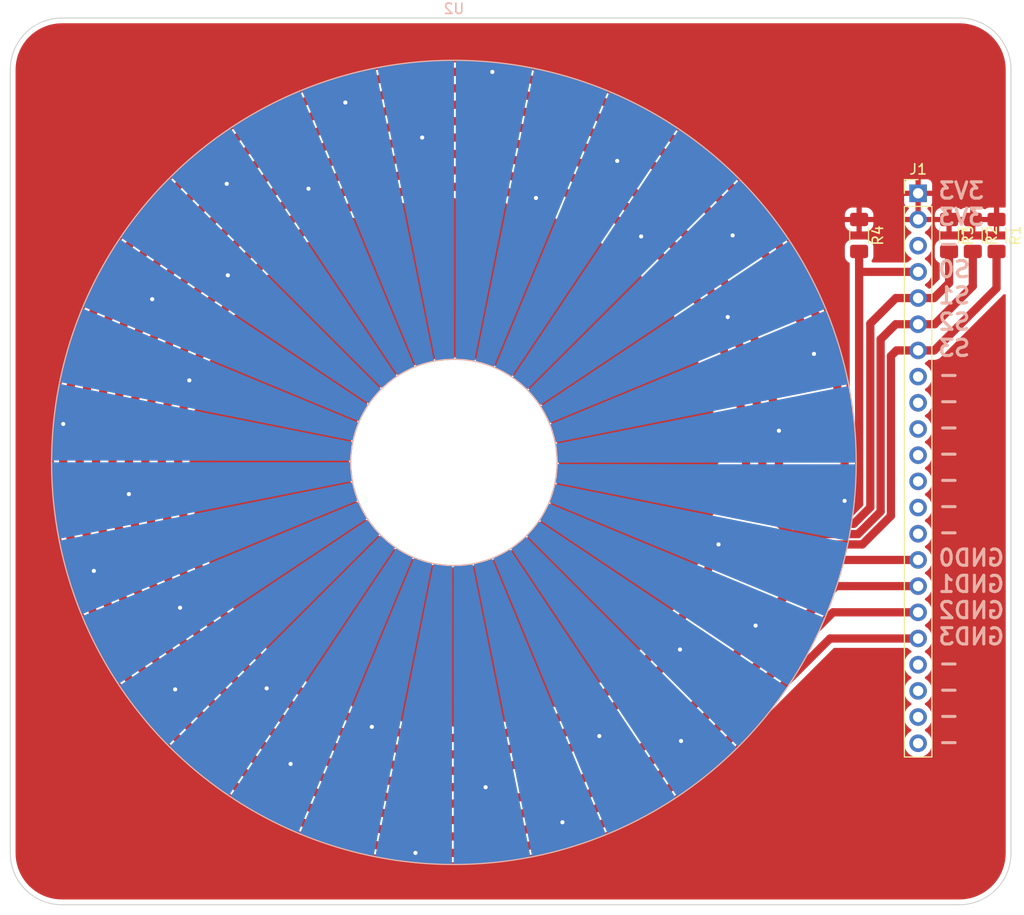
<source format=kicad_pcb>
(kicad_pcb (version 20211014) (generator pcbnew)
  (layers (0 "F.Cu" signal) (31 "B.Cu" signal) (34 "B.Paste" user) (35 "F.Paste" user) (36 "B.SilkS" user "B.Silkscreen") (37 "F.SilkS" user "F.Silkscreen") (38 "B.Mask" user) (39 "F.Mask" user) (44 "Edge.Cuts" user))
  (net 0 "")
  (net 1 "+3.3V")
  (net 2 "Net-(R4-Pad2)")
  (net 3 "Net-(R3-Pad2)")
  (net 4 "Net-(R2-Pad2)")
  (net 5 "Net-(R1-Pad2)")
  (net 6 "GND")
  (net 15 "Net-(U2-Pad1)")
  (net 16 "Net-(U2-Pad11)")
  (net 17 "Net-(U2-Pad13)")
  (net 18 "Net-(U2-Pad15)")
  (footprint "Resistor_SMD:R_1206_3216Metric_Pad1.30x1.75mm_HandSolder" (layer "F.Cu") (at 190 68.09 -90)
    (fp_text reference "R3" (at 0 -1.82 90) (layer "F.SilkS"))
    (fp_text value "R")
    (fp_line (start -0.727064 0.91) (end 0.727064 0.91) (layer "F.SilkS") (width 0.12))
    (fp_line (start -0.727064 -0.91) (end 0.727064 -0.91) (layer "F.SilkS") (width 0.12))
    (pad "1" smd roundrect (at -1.55 0 270) (size 1.3 1.75) (layers "F.Cu" "F.Paste" "F.Mask") (roundrect_rratio 0.192308) (net 1 "+3.3V"))
    (pad "2" smd roundrect (at 1.55 0 270) (size 1.3 1.75) (layers "F.Cu" "F.Paste" "F.Mask") (roundrect_rratio 0.192308) (net 3 "Net-(R3-Pad2)"))
  )
  (footprint "Connector_PinHeader_2.54mm:PinHeader_1x22_P2.54mm_Vertical" (layer "F.Cu") (at 187 64)
    (fp_text reference "J1" (at 0 -2.33) (layer "F.SilkS"))
    (fp_text value "Conn_01x22")
    (fp_line (start -1.33 -1.33) (end 0 -1.33) (layer "F.SilkS") (width 0.12))
    (fp_line (start 1.33 1.27) (end 1.33 54.67) (layer "F.SilkS") (width 0.12))
    (fp_line (start -1.33 54.67) (end 1.33 54.67) (layer "F.SilkS") (width 0.12))
    (fp_line (start -1.33 1.27) (end 1.33 1.27) (layer "F.SilkS") (width 0.12))
    (fp_line (start -1.33 0) (end -1.33 -1.33) (layer "F.SilkS") (width 0.12))
    (fp_line (start -1.33 1.27) (end -1.33 54.67) (layer "F.SilkS") (width 0.12))
    (pad "1" thru_hole rect (at 0 0) (size 1.7 1.7) (drill 1) (layers *.Cu *.Mask) (net 1 "+3.3V"))
    (pad "2" thru_hole oval (at 0 2.54) (size 1.7 1.7) (drill 1) (layers *.Cu *.Mask) (net 1 "+3.3V"))
    (pad "3" thru_hole oval (at 0 5.08) (size 1.7 1.7) (drill 1) (layers *.Cu *.Mask))
    (pad "4" thru_hole oval (at 0 7.62) (size 1.7 1.7) (drill 1) (layers *.Cu *.Mask) (net 2 "Net-(R4-Pad2)"))
    (pad "5" thru_hole oval (at 0 10.16) (size 1.7 1.7) (drill 1) (layers *.Cu *.Mask) (net 3 "Net-(R3-Pad2)"))
    (pad "6" thru_hole oval (at 0 12.7) (size 1.7 1.7) (drill 1) (layers *.Cu *.Mask) (net 4 "Net-(R2-Pad2)"))
    (pad "7" thru_hole oval (at 0 15.24) (size 1.7 1.7) (drill 1) (layers *.Cu *.Mask) (net 5 "Net-(R1-Pad2)"))
    (pad "8" thru_hole oval (at 0 17.78) (size 1.7 1.7) (drill 1) (layers *.Cu *.Mask))
    (pad "9" thru_hole oval (at 0 20.32) (size 1.7 1.7) (drill 1) (layers *.Cu *.Mask))
    (pad "10" thru_hole oval (at 0 22.86) (size 1.7 1.7) (drill 1) (layers *.Cu *.Mask))
    (pad "11" thru_hole oval (at 0 25.4) (size 1.7 1.7) (drill 1) (layers *.Cu *.Mask))
    (pad "12" thru_hole oval (at 0 27.94) (size 1.7 1.7) (drill 1) (layers *.Cu *.Mask))
    (pad "13" thru_hole oval (at 0 30.48) (size 1.7 1.7) (drill 1) (layers *.Cu *.Mask))
    (pad "14" thru_hole oval (at 0 33.02) (size 1.7 1.7) (drill 1) (layers *.Cu *.Mask))
    (pad "15" thru_hole oval (at 0 35.56) (size 1.7 1.7) (drill 1) (layers *.Cu *.Mask) (net 17 "Net-(U2-Pad13)"))
    (pad "16" thru_hole oval (at 0 38.1) (size 1.7 1.7) (drill 1) (layers *.Cu *.Mask) (net 16 "Net-(U2-Pad11)"))
    (pad "17" thru_hole oval (at 0 40.64) (size 1.7 1.7) (drill 1) (layers *.Cu *.Mask) (net 15 "Net-(U2-Pad1)"))
    (pad "18" thru_hole oval (at 0 43.18) (size 1.7 1.7) (drill 1) (layers *.Cu *.Mask) (net 18 "Net-(U2-Pad15)"))
    (pad "19" thru_hole oval (at 0 45.72) (size 1.7 1.7) (drill 1) (layers *.Cu *.Mask))
    (pad "20" thru_hole oval (at 0 48.26) (size 1.7 1.7) (drill 1) (layers *.Cu *.Mask))
    (pad "21" thru_hole oval (at 0 50.8) (size 1.7 1.7) (drill 1) (layers *.Cu *.Mask))
    (pad "22" thru_hole oval (at 0 53.34) (size 1.7 1.7) (drill 1) (layers *.Cu *.Mask) (net 6 "GND"))
  )
  (footprint "Resistor_SMD:R_1206_3216Metric_Pad1.30x1.75mm_HandSolder" (layer "F.Cu") (at 194.6 68.09 -90)
    (fp_text reference "R1" (at 0 -1.82 90) (layer "F.SilkS"))
    (fp_text value "R")
    (fp_line (start -0.727064 0.91) (end 0.727064 0.91) (layer "F.SilkS") (width 0.12))
    (fp_line (start -0.727064 -0.91) (end 0.727064 -0.91) (layer "F.SilkS") (width 0.12))
    (pad "1" smd roundrect (at -1.55 0 270) (size 1.3 1.75) (layers "F.Cu" "F.Paste" "F.Mask") (roundrect_rratio 0.192308) (net 1 "+3.3V"))
    (pad "2" smd roundrect (at 1.55 0 270) (size 1.3 1.75) (layers "F.Cu" "F.Paste" "F.Mask") (roundrect_rratio 0.192308) (net 5 "Net-(R1-Pad2)"))
  )
  (footprint "Resistor_SMD:R_1206_3216Metric_Pad1.30x1.75mm_HandSolder" (layer "F.Cu") (at 192.3 68.09 -90)
    (fp_text reference "R2" (at 0 -1.82 90) (layer "F.SilkS"))
    (fp_text value "R")
    (fp_line (start -0.727064 0.91) (end 0.727064 0.91) (layer "F.SilkS") (width 0.12))
    (fp_line (start -0.727064 -0.91) (end 0.727064 -0.91) (layer "F.SilkS") (width 0.12))
    (pad "1" smd roundrect (at -1.55 0 270) (size 1.3 1.75) (layers "F.Cu" "F.Paste" "F.Mask") (roundrect_rratio 0.192308) (net 1 "+3.3V"))
    (pad "2" smd roundrect (at 1.55 0 270) (size 1.3 1.75) (layers "F.Cu" "F.Paste" "F.Mask") (roundrect_rratio 0.192308) (net 4 "Net-(R2-Pad2)"))
  )
  (footprint "Resistor_SMD:R_1206_3216Metric_Pad1.30x1.75mm_HandSolder" (layer "F.Cu") (at 181.28 68.09 -90)
    (fp_text reference "R4" (at 0 -1.82 90) (layer "F.SilkS"))
    (fp_text value "R")
    (fp_line (start -0.727064 -0.91) (end 0.727064 -0.91) (layer "F.SilkS") (width 0.12))
    (fp_line (start -0.727064 0.91) (end 0.727064 0.91) (layer "F.SilkS") (width 0.12))
    (pad "1" smd roundrect (at -1.55 0 270) (size 1.3 1.75) (layers "F.Cu" "F.Paste" "F.Mask") (roundrect_rratio 0.192308) (net 1 "+3.3V"))
    (pad "2" smd roundrect (at 1.55 0 270) (size 1.3 1.75) (layers "F.Cu" "F.Paste" "F.Mask") (roundrect_rratio 0.192308) (net 2 "Net-(R4-Pad2)"))
  )
  (footprint "resistiveSensingTest:test_contakts" (layer "B.Cu") (at 142 90.1 180)
    (fp_text reference "U2" (at 0 44 unlocked) (layer "B.SilkS") (effects (justify mirror)))
    (fp_text value "test_contakts")
    (fp_poly (pts (xy -37.831219 9.476227) (xy -37.320673 11.321102) (xy -36.720218 13.138705) (xy -36.108953 14.735792) (xy -9.304176 3.665012) (xy -9.807853 1.950903) (xy -38.250626 7.608523)) (layer "B.Cu") (width 0.03) (fill solid))
    (fp_poly (pts (xy 20.050007 -33.451416) (xy 18.384473 -34.394929) (xy 16.674648 -35.255583) (xy 15.113107 -35.952664) (xy 3.987491 -9.170601) (xy 5.555702 -8.314696) (xy 21.667239 -32.427315)) (layer "B.Cu") (width 0.03) (fill solid))
    (fp_poly (pts (xy 1.913639 38.953023) (xy 3.822668 38.812204) (xy 5.722489 38.577884) (xy 7.40814 38.28994) (xy 1.779435 9.840407) (xy 0 10) (xy 0 39)) (layer "B.Cu") (width 0.03) (fill solid))
    (fp_poly (pts (xy 35.255583 -16.674648) (xy 34.394929 -18.384472) (xy 33.451416 -20.050007) (xy 32.54032 -21.497154) (xy 8.410391 -5.409744) (xy 9.238796 -3.826834) (xy 36.031302 -14.924653)) (layer "B.Cu") (width 0.03) (fill solid))
    (fp_poly (pts (xy -5.722489 38.577884) (xy -3.822669 38.812204) (xy -1.913639 38.953023) (xy -0.204202 38.999466) (xy -0.174525 9.998477) (xy -1.950903 9.807853) (xy -7.608523 38.250626)) (layer "B.Cu") (width 0.03) (fill solid))
    (fp_poly (pts (xy 38.577884 5.722489) (xy 38.812204 3.822669) (xy 38.953023 1.913639) (xy 38.999466 0.204202) (xy 9.998477 0.174525) (xy 9.807853 1.950903) (xy 38.250626 7.608523)) (layer "B.Cu") (width 0.03) (fill solid))
    (fp_poly (pts (xy 16.674648 35.255583) (xy 18.384472 34.394929) (xy 20.050007 33.451416) (xy 21.497154 32.54032) (xy 5.409744 8.410391) (xy 3.826834 9.238796) (xy 14.924653 36.031302)) (layer "B.Cu") (width 0.03) (fill solid))
    (fp_poly (pts (xy -26.1908 28.897094) (xy -24.741339 30.147407) (xy -23.232273 31.325094) (xy -21.836731 32.313422) (xy -5.699968 8.216469) (xy -7.071068 7.071068) (xy -27.577165 27.577165)) (layer "B.Cu") (width 0.03) (fill solid))
    (fp_poly (pts (xy 33.451416 20.050007) (xy 34.394929 18.384473) (xy 35.255583 16.674648) (xy 35.952664 15.113107) (xy 9.170601 3.987491) (xy 8.314696 5.555702) (xy 32.427315 21.667239)) (layer "B.Cu") (width 0.03) (fill solid))
    (fp_poly (pts (xy -33.451416 -20.050007) (xy -34.394929 -18.384473) (xy -35.255583 -16.674648) (xy -35.952664 -15.113107) (xy -9.170601 -3.987491) (xy -8.314696 -5.555702) (xy -32.427315 -21.667239)) (layer "B.Cu") (width 0.03) (fill solid))
    (fp_poly (pts (xy 13.138705 -36.720219) (xy 11.321103 -37.320673) (xy 9.476227 -37.83122) (xy 7.808697 -38.210265) (xy 2.121778 -9.772311) (xy 3.826835 -9.238796) (xy 14.924654 -36.031302)) (layer "B.Cu") (width 0.03) (fill solid))
    (fp_poly (pts (xy -36.720219 -13.138705) (xy -37.320673 -11.321103) (xy -37.83122 -9.476227) (xy -38.210265 -7.808697) (xy -9.772311 -2.121778) (xy -9.238796 -3.826835) (xy -36.031302 -14.924654)) (layer "B.Cu") (width 0.03) (fill solid))
    (fp_poly (pts (xy -38.577884 -5.722489) (xy -38.812204 -3.822669) (xy -38.953023 -1.913639) (xy -38.999466 -0.204202) (xy -9.998477 -0.174525) (xy -9.807853 -1.950903) (xy -38.250626 -7.608523)) (layer "B.Cu") (width 0.03) (fill solid))
    (fp_poly (pts (xy -23.232273 -31.325094) (xy -24.741338 -30.147408) (xy -26.1908 -28.897094) (xy -27.432394 -27.721179) (xy -6.946584 -7.193398) (xy -5.555703 -8.314696) (xy -21.667239 -32.427315)) (layer "B.Cu") (width 0.03) (fill solid))
    (fp_poly (pts (xy 36.720219 13.138705) (xy 37.320673 11.321103) (xy 37.83122 9.476227) (xy 38.210265 7.808697) (xy 9.772311 2.121778) (xy 9.238796 3.826835) (xy 36.031302 14.924654)) (layer "B.Cu") (width 0.03) (fill solid))
    (fp_poly (pts (xy 26.1908 -28.897094) (xy 24.741339 -30.147407) (xy 23.232273 -31.325094) (xy 21.836731 -32.313422) (xy 5.699968 -8.216469) (xy 7.071068 -7.071068) (xy 27.577165 -27.577165)) (layer "B.Cu") (width 0.03) (fill solid))
    (fp_poly (pts (xy 9.476227 37.831219) (xy 11.321102 37.320673) (xy 13.138705 36.720218) (xy 14.735792 36.108953) (xy 3.665012 9.304176) (xy 1.950903 9.807853) (xy 7.608523 38.250626)) (layer "B.Cu") (width 0.03) (fill solid))
    (fp_poly (pts (xy -35.255583 16.674648) (xy -34.394929 18.384472) (xy -33.451416 20.050007) (xy -32.54032 21.497154) (xy -8.410391 5.409744) (xy -9.238796 3.826834) (xy -36.031302 14.924653)) (layer "B.Cu") (width 0.03) (fill solid))
    (fp_poly (pts (xy 5.722489 -38.577884) (xy 3.822669 -38.812204) (xy 1.913639 -38.953023) (xy 0.204202 -38.999466) (xy 0.174525 -9.998477) (xy 1.950903 -9.807853) (xy 7.608523 -38.250626)) (layer "B.Cu") (width 0.03) (fill solid))
    (fp_poly (pts (xy -38.953023 1.913639) (xy -38.812204 3.822668) (xy -38.577884 5.722489) (xy -38.28994 7.40814) (xy -9.840407 1.779435) (xy -10 0) (xy -39 0)) (layer "B.Cu") (width 0.03) (fill solid))
    (fp_poly (pts (xy -20.050007 33.451416) (xy -18.384473 34.394929) (xy -16.674648 35.255583) (xy -15.113107 35.952664) (xy -3.987491 9.170601) (xy -5.555702 8.314696) (xy -21.667239 32.427315)) (layer "B.Cu") (width 0.03) (fill solid))
    (fp_poly (pts (xy -16.674648 -35.255583) (xy -18.384472 -34.394929) (xy -20.050007 -33.451416) (xy -21.497154 -32.54032) (xy -5.409744 -8.410391) (xy -3.826834 -9.238796) (xy -14.924653 -36.031302)) (layer "B.Cu") (width 0.03) (fill solid))
    (fp_poly (pts (xy 37.831219 -9.476227) (xy 37.320673 -11.321102) (xy 36.720218 -13.138705) (xy 36.108953 -14.735792) (xy 9.304176 -3.665012) (xy 9.807853 -1.950903) (xy 38.250626 -7.608523)) (layer "B.Cu") (width 0.03) (fill solid))
    (fp_poly (pts (xy 28.897094 26.1908) (xy 30.147407 24.741339) (xy 31.325094 23.232273) (xy 32.313422 21.836731) (xy 8.216469 5.699968) (xy 7.071068 7.071068) (xy 27.577165 27.577165)) (layer "B.Cu") (width 0.03) (fill solid))
    (fp_poly (pts (xy -31.325094 23.232273) (xy -30.147408 24.741338) (xy -28.897094 26.1908) (xy -27.721179 27.432394) (xy -7.193398 6.946584) (xy -8.314696 5.555703) (xy -32.427315 21.667239)) (layer "B.Cu") (width 0.03) (fill solid))
    (fp_poly (pts (xy 38.953023 -1.913639) (xy 38.812204 -3.822668) (xy 38.577884 -5.722489) (xy 38.28994 -7.40814) (xy 9.840407 -1.779435) (xy 10 0) (xy 39 0)) (layer "B.Cu") (width 0.03) (fill solid))
    (fp_poly (pts (xy -28.897094 -26.1908) (xy -30.147407 -24.741339) (xy -31.325094 -23.232273) (xy -32.313422 -21.836731) (xy -8.216469 -5.699968) (xy -7.071068 -7.071068) (xy -27.577165 -27.577165)) (layer "B.Cu") (width 0.03) (fill solid))
    (fp_poly (pts (xy -1.913639 -38.953023) (xy -3.822668 -38.812204) (xy -5.722489 -38.577884) (xy -7.40814 -38.28994) (xy -1.779435 -9.840407) (xy 0 -10) (xy 0 -39)) (layer "B.Cu") (width 0.03) (fill solid))
    (fp_poly (pts (xy -13.138705 36.720219) (xy -11.321103 37.320673) (xy -9.476227 37.83122) (xy -7.808697 38.210265) (xy -2.121778 9.772311) (xy -3.826835 9.238796) (xy -14.924654 36.031302)) (layer "B.Cu") (width 0.03) (fill solid))
    (fp_poly (pts (xy -9.476227 -37.831219) (xy -11.321102 -37.320673) (xy -13.138705 -36.720218) (xy -14.735792 -36.108953) (xy -3.665012 -9.304176) (xy -1.950903 -9.807853) (xy -7.608523 -38.250626)) (layer "B.Cu") (width 0.03) (fill solid))
    (fp_poly (pts (xy 23.232273 31.325094) (xy 24.741338 30.147408) (xy 26.1908 28.897094) (xy 27.432394 27.721179) (xy 6.946584 7.193398) (xy 5.555703 8.314696) (xy 21.667239 32.427315)) (layer "B.Cu") (width 0.03) (fill solid))
    (fp_poly (pts (xy 31.325094 -23.232273) (xy 30.147408 -24.741338) (xy 28.897094 -26.1908) (xy 27.721179 -27.432394) (xy 7.193398 -6.946584) (xy 8.314696 -5.555703) (xy 32.427315 -21.667239)) (layer "B.Cu") (width 0.03) (fill solid))
    (fp_circle (center 0 0) (end 0 10) (layer "B.SilkS") (width 0.12) (fill none))
    (fp_circle (center 0 0) (end 0 39) (layer "B.SilkS") (width 0.12) (fill none))
    (pad "0" smd roundrect (at 2.482994 24.876389 185.7) (size 2.286 1.524) (layers "B.Cu" "B.Mask") (net 2 "Net-(R4-Pad2)"))
    (pad "1" smd roundrect (at 7.284253 23.91526 196.94) (size 2.286 1.524) (layers "B.Cu" "B.Mask") (net 15 "Net-(U2-Pad1)"))
    (pad "2" smd roundrect (at 11.806078 22.036708 208.18) (size 2.286 1.524) (layers "B.Cu" "B.Mask") (net 3 "Net-(R3-Pad2)"))
    (pad "3" smd roundrect (at 15.875005 19.312799 219.42) (size 2.286 1.524) (layers "B.Cu" "B.Mask") (net 16 "Net-(U2-Pad11)"))
    (pad "4" smd roundrect (at 19.334946 15.848024 230.66) (size 2.286 1.524) (layers "B.Cu" "B.Mask") (net 4 "Net-(R2-Pad2)"))
    (pad "5" smd roundrect (at 22.053172 11.775297 241.9) (size 2.286 1.524) (layers "B.Cu" "B.Mask") (net 17 "Net-(U2-Pad13)"))
    (pad "6" smd roundrect (at 23.925407 7.250853 253.14) (size 2.286 1.524) (layers "B.Cu" "B.Mask") (net 5 "Net-(R1-Pad2)"))
    (pad "7" smd roundrect (at 24.879832 2.448257 264.38) (size 2.286 1.524) (layers "B.Cu" "B.Mask") (net 18 "Net-(U2-Pad15)"))
    (pad "8" smd roundrect (at 24.879832 -2.448258 275.62) (size 2.286 1.524) (layers "B.Cu" "B.Mask") (net 2 "Net-(R4-Pad2)"))
    (pad "9" smd roundrect (at 23.925407 -7.250854 286.861) (size 2.286 1.524) (layers "B.Cu" "B.Mask") (net 15 "Net-(U2-Pad1)"))
    (pad "10" smd roundrect (at 22.053171 -11.775297 298.1) (size 2.286 1.524) (layers "B.Cu" "B.Mask") (net 3 "Net-(R3-Pad2)"))
    (pad "11" smd roundrect (at 19.334946 -15.848024 309.34) (size 2.286 1.524) (layers "B.Cu" "B.Mask") (net 16 "Net-(U2-Pad11)"))
    (pad "12" smd roundrect (at 15.875005 -19.312799 320.58) (size 2.286 1.524) (layers "B.Cu" "B.Mask") (net 4 "Net-(R2-Pad2)"))
    (pad "13" smd roundrect (at 11.806077 -22.036709 331.82) (size 2.286 1.524) (layers "B.Cu" "B.Mask") (net 17 "Net-(U2-Pad13)"))
    (pad "14" smd roundrect (at 7.284252 -23.91526 343.06) (size 2.286 1.524) (layers "B.Cu" "B.Mask") (net 5 "Net-(R1-Pad2)"))
    (pad "15" smd roundrect (at 2.482993 -24.876389 354.3) (size 2.286 1.524) (layers "B.Cu" "B.Mask") (net 18 "Net-(U2-Pad15)"))
    (pad "16" smd roundrect (at -2.413516 -24.883226 5.54) (size 2.286 1.524) (layers "B.Cu" "B.Mask") (net 2 "Net-(R4-Pad2)"))
    (pad "17" smd roundrect (at -7.21744 -23.935508 16.78) (size 2.286 1.524) (layers "B.Cu" "B.Mask") (net 15 "Net-(U2-Pad1)"))
    (pad "18" smd roundrect (at -11.744494 -22.069591 28.02) (size 2.286 1.524) (layers "B.Cu" "B.Mask") (net 3 "Net-(R3-Pad2)"))
    (pad "19" smd roundrect (at -15.821012 -19.357055 39.26) (size 2.286 1.524) (layers "B.Cu" "B.Mask") (net 16 "Net-(U2-Pad11)"))
    (pad "20" smd roundrect (at -19.290615 -15.901955 50.5) (size 2.286 1.524) (layers "B.Cu" "B.Mask") (net 4 "Net-(R2-Pad2)"))
    (pad "21" smd roundrect (at -22.020203 -11.836835 61.74) (size 2.286 1.524) (layers "B.Cu" "B.Mask") (net 17 "Net-(U2-Pad13)"))
    (pad "22" smd roundrect (at -23.905066 -7.317637 72.98) (size 2.286 1.524) (layers "B.Cu" "B.Mask") (net 5 "Net-(R1-Pad2)"))
    (pad "23" smd roundrect (at -24.872898 -2.517725 84.22) (size 2.286 1.524) (layers "B.Cu" "B.Mask") (net 18 "Net-(U2-Pad15)"))
    (pad "24" smd roundrect (at -24.886571 2.378771 95.46) (size 2.286 1.524) (layers "B.Cu" "B.Mask") (net 2 "Net-(R4-Pad2)"))
    (pad "25" smd roundrect (at -23.945562 7.184013 106.7) (size 2.286 1.524) (layers "B.Cu" "B.Mask") (net 15 "Net-(U2-Pad1)"))
    (pad "26" smd roundrect (at -22.085968 11.713667 117.94) (size 2.286 1.524) (layers "B.Cu" "B.Mask") (net 3 "Net-(R3-Pad2)"))
    (pad "27" smd roundrect (at -19.379126 15.793969 129.18) (size 2.286 1.524) (layers "B.Cu" "B.Mask") (net 16 "Net-(U2-Pad11)"))
    (pad "28" smd roundrect (at -15.928874 19.268392 140.42) (size 2.286 1.524) (layers "B.Cu" "B.Mask") (net 4 "Net-(R2-Pad2)"))
    (pad "29" smd roundrect (at -11.867569 22.003654 151.661) (size 2.286 1.524) (layers "B.Cu" "B.Mask") (net 17 "Net-(U2-Pad13)"))
    (pad "30" smd roundrect (at -7.351008 23.894825 162.9) (size 2.286 1.524) (layers "B.Cu" "B.Mask") (net 5 "Net-(R1-Pad2)"))
    (pad "31" smd roundrect (at -2.552452 24.869358 174.14) (size 2.286 1.524) (layers "B.Cu" "B.Mask") (net 18 "Net-(U2-Pad15)"))
  )
  (gr_line (start 127.888516 68.980672) (end 136.222069 81.452716) (layer "F.Cu") (width 0.5))
  (gr_line (start 118.53346 99.820159) (end 132.391653 94.079908) (layer "F.Cu") (width 0.5))
  (gr_line (start 146.955294 115.011946) (end 144.028939 100.300167) (layer "F.Cu") (width 0.5))
  (gr_line (start 159.960512 72.139488) (end 149.35391 82.74609) (layer "F.Cu") (width 0.5))
  (gr_line (start 117.088054 95.055294) (end 131.799833 92.128939) (layer "F.Cu") (width 0.5))
  (gr_line (start 124.039488 108.060512) (end 134.64609 97.45391) (layer "F.Cu") (width 0.5))
  (gr_line (start 166.911946 85.144706) (end 152.200167 88.071061) (layer "F.Cu") (width 0.5))
  (gr_line (start 132.279841 66.63346) (end 138.020092 80.491653) (layer "F.Cu") (width 0.5))
  (gr_line (start 118.53346 80.379841) (end 132.391653 86.120092) (layer "F.Cu") (width 0.5))
  (gr_line (start 127.888516 111.219328) (end 136.222069 98.747284) (layer "F.Cu") (width 0.5))
  (gr_line (start 142 115.5) (end 142 100.5) (layer "F.Cu") (width 0.5))
  (gr_line (start 163.119328 75.988516) (end 150.647284 84.322069) (layer "F.Cu") (width 0.5))
  (gr_line (start 166.911946 95.055294) (end 152.200167 92.128939) (layer "F.Cu") (width 0.5))
  (gr_line (start 167.4 90.1) (end 152.4 90.1) (layer "F.Cu") (width 0.5))
  (gr_line (start 142 64.7) (end 142 79.7) (layer "F.Cu") (width 0.5))
  (gr_line (start 117.088054 85.144706) (end 131.799833 88.071061) (layer "F.Cu") (width 0.5))
  (gr_line (start 137.044706 115.011946) (end 139.971061 100.300167) (layer "F.Cu") (width 0.5))
  (gr_line (start 156.111484 111.219328) (end 147.777931 98.747284) (layer "F.Cu") (width 0.5))
  (gr_line (start 137.044706 65.188054) (end 139.971061 79.899833) (layer "F.Cu") (width 0.5))
  (gr_line (start 116.6 90.1) (end 131.6 90.1) (layer "F.Cu") (width 0.5))
  (gr_line (start 156.111484 68.980672) (end 147.777931 81.452716) (layer "F.Cu") (width 0.5))
  (gr_line (start 165.46654 80.379841) (end 151.608347 86.120092) (layer "F.Cu") (width 0.5))
  (gr_line (start 132.279841 113.56654) (end 138.020092 99.708347) (layer "F.Cu") (width 0.5))
  (gr_line (start 159.960512 108.060512) (end 149.35391 97.45391) (layer "F.Cu") (width 0.5))
  (gr_line (start 124.039488 72.139488) (end 134.64609 82.74609) (layer "F.Cu") (width 0.5))
  (gr_line (start 151.720159 66.63346) (end 145.979908 80.491653) (layer "F.Cu") (width 0.5))
  (gr_line (start 163.119328 104.211484) (end 150.647284 95.877931) (layer "F.Cu") (width 0.5))
  (gr_line (start 120.880672 104.211484) (end 133.352716 95.877931) (layer "F.Cu") (width 0.5))
  (gr_line (start 146.955294 65.188054) (end 144.028939 79.899833) (layer "F.Cu") (width 0.5))
  (gr_line (start 120.880672 75.988516) (end 133.352716 84.322069) (layer "F.Cu") (width 0.5))
  (gr_line (start 151.720159 113.56654) (end 145.979908 99.708347) (layer "F.Cu") (width 0.5))
  (gr_line (start 165.46654 99.820159) (end 151.608347 94.079908) (layer "F.Cu") (width 0.5))
  (gr_arc (start 191 47) (mid 194.535534 48.464466) (end 196 52) (layer "Edge.Cuts") (width 0.1))
  (gr_line (start 196 52) (end 196 128) (layer "Edge.Cuts") (width 0.1))
  (gr_arc (start 104 133) (mid 100.464466 131.535534) (end 99 128) (layer "Edge.Cuts") (width 0.1))
  (gr_arc (start 99 52) (mid 100.464466 48.464466) (end 104 47) (layer "Edge.Cuts") (width 0.1))
  (gr_line (start 99 128) (end 99 52) (layer "Edge.Cuts") (width 0.1))
  (gr_line (start 191 133) (end 104 133) (layer "Edge.Cuts") (width 0.1))
  (gr_arc (start 196 128) (mid 194.535534 131.535534) (end 191 133) (layer "Edge.Cuts") (width 0.1))
  (gr_line (start 104 47) (end 191 47) (layer "Edge.Cuts") (width 0.1))
  (gr_text "3V3\n3V3\n-\nS0\nS1\nS2\nS3\n-\n-\n-\n-\n-\n-\n-\nGND0\nGND1\nGND2\nGND3\n-\n-\n-\n-" (at 188.8 90.46) (layer "B.SilkS") (effects (font (size 1.58 1.58) (thickness 0.3)) (justify right mirror)))
  (segment (start 121.917361 114.568895) (end 127.051723 117.999566) (width 0.8) (layer "F.Cu") (net 2))
  (segment (start 151.190099 59.808396) (end 145.133706 58.603704) (width 0.8) (layer "F.Cu") (net 2))
  (segment (start 173.505387 92.325387) (end 176.115 94.935) (width 0.8) (layer "F.Cu") (net 2))
  (segment (start 110.497308 93.201551) (end 111.702 99.257944) (width 0.8) (layer "F.Cu") (net 2))
  (segment (start 181.28 71.62) (end 187 71.62) (width 0.8) (layer "F.Cu") (net 2))
  (segment (start 111.708396 80.909901) (end 110.503704 86.966294) (width 0.8) (layer "F.Cu") (net 2))
  (segment (start 127.078983 62.18222) (end 121.944621 65.612891) (width 0.8) (layer "F.Cu") (net 2))
  (segment (start 145.07113 121.602459) (end 145.074058 121.605387) (width 0.8) (layer "F.Cu") (net 2))
  (segment (start 181.28 94.125) (end 181.28 71.62) (width 0.8) (layer "F.Cu") (net 2))
  (segment (start 121.919197 65.629598) (end 117.552781 69.996014) (width 0.8) (layer "F.Cu") (net 2))
  (segment (start 114.08334 75.176887) (end 111.720253 80.881885) (width 0.8) (layer "F.Cu") (net 2))
  (segment (start 169.91778 75.178983) (end 166.487109 70.044621) (width 0.8) (layer "F.Cu") (net 2))
  (segment (start 162.082639 65.631105) (end 156.948277 62.200434) (width 0.8) (layer "F.Cu") (net 2))
  (segment (start 111.707706 99.287826) (end 114.070793 104.992824) (width 0.8) (layer "F.Cu") (net 2))
  (segment (start 166.470402 70.019197) (end 162.103986 65.652781) (width 0.8) (layer "F.Cu") (net 2))
  (segment (start 117.529598 110.180803) (end 121.896014 114.547219) (width 0.8) (layer "F.Cu") (net 2))
  (segment (start 114.08222 105.021017) (end 117.512891 110.155379) (width 0.8) (layer "F.Cu") (net 2))
  (segment (start 132.809901 120.391604) (end 138.866294 121.596296) (width 0.8) (layer "F.Cu") (net 2))
  (segment (start 173.505387 87.025942) (end 173.505387 92.325387) (width 0.8) (layer "F.Cu") (net 2))
  (segment (start 173.502692 86.998449) (end 172.298 80.942056) (width 0.8) (layer "F.Cu") (net 2))
  (segment (start 110.497541 86.996085) (end 110.497541 93.17113) (width 0.8) (layer "F.Cu") (net 2))
  (segment (start 156.923113 62.18334) (end 151.218115 59.820253) (width 0.8) (layer "F.Cu") (net 2))
  (segment (start 180.47 94.935) (end 181.28 94.125) (width 0.8) (layer "F.Cu") (net 2))
  (segment (start 176.115 94.935) (end 180.47 94.935) (width 0.8) (layer "F.Cu") (net 2))
  (segment (start 172.292294 80.912174) (end 169.929207 75.207176) (width 0.8) (layer "F.Cu") (net 2))
  (segment (start 181.28 71.62) (end 181.28 69.66) (width 0.8) (layer "F.Cu") (net 2))
  (segment (start 132.812174 59.807706) (end 127.107176 62.170793) (width 0.8) (layer "F.Cu") (net 2))
  (segment (start 181.28 69.47) (end 181.3 69.45) (width 0.8) (layer "F.Cu") (net 2))
  (segment (start 145.103915 58.597541) (end 138.92887 58.597541) (width 0.8) (layer "F.Cu") (net 2))
  (segment (start 117.531105 70.017361) (end 114.100434 75.151723) (width 0.8) (layer "F.Cu") (net 2))
  (segment (start 138.898449 58.597308) (end 132.842056 59.802) (width 0.8) (layer "F.Cu") (net 2))
  (segment (start 127.076887 118.01666) (end 132.781885 120.379747) (width 0.8) (layer "F.Cu") (net 2))
  (segment (start 138.896085 121.602459) (end 145.07113 121.602459) (width 0.8) (layer "F.Cu") (net 2))
  (segment (start 181.28 69.66) (end 181.3 69.64) (width 0.8) (layer "F.Cu") (net 2))
  (via (at 138.925942 58.594613) (size 0.8) (drill 0.4) (layers "F.Cu" "B.Cu") (net 2))
  (via (at 110.494613 93.174058) (size 0.8) (drill 0.4) (layers "F.Cu" "B.Cu") (net 2))
  (via (at 145.074058 121.605387) (size 0.8) (drill 0.4) (layers "F.Cu" "B.Cu") (net 2))
  (via (at 173.505387 87.025942) (size 0.8) (drill 0.4) (layers "F.Cu" "B.Cu") (net 2))
  (segment (start 173.505387 87.025942) (end 166.883226 87.686484) (width 0.8) (layer "B.Cu") (net 2))
  (segment (start 145.074058 121.605387) (end 144.413516 114.983226) (width 0.8) (layer "B.Cu") (net 2))
  (segment (start 138.925942 58.594613) (end 139.586484 65.216774) (width 0.8) (layer "B.Cu") (net 2))
  (segment (start 110.494613 93.174058) (end 117.116774 92.513516) (width 0.8) (layer "B.Cu") (net 2))
  (segment (start 113.239702 81.373689) (end 112.09593 87.123818) (width 0.8) (layer "F.Cu") (net 3))
  (segment (start 182.365 94.454214) (end 182.365 76.635) (width 0.8) (layer "F.Cu") (net 3))
  (segment (start 190 69.64) (end 190 72.7) (width 0.8) (layer "F.Cu") (net 3))
  (segment (start 150.722703 118.861393) (end 156.139206 116.617804) (width 0.8) (layer "F.Cu") (net 3))
  (segment (start 170.75377 81.352201) (end 168.505454 75.937658) (width 0.8) (layer "F.Cu") (net 3))
  (segment (start 188.54 74.16) (end 190 72.7) (width 0.8) (layer "F.Cu") (net 3))
  (segment (start 133.273689 118.860298) (end 139.023818 120.00407) (width 0.8) (layer "F.Cu") (net 3))
  (segment (start 175.425569 96.055569) (end 180.763645 96.055569) (width 0.8) (layer "F.Cu") (net 3))
  (segment (start 168.507036 75.933832) (end 165.249849 71.059108) (width 0.8) (layer "F.Cu") (net 3))
  (segment (start 170.751476 81.355648) (end 171.905282 87.103772) (width 0.8) (layer "F.Cu") (net 3))
  (segment (start 144.914999 120.010096) (end 144.917926 120.013023) (width 0.8) (layer "F.Cu") (net 3))
  (segment (start 171.905282 92.535282) (end 175.425569 96.055569) (width 0.8) (layer "F.Cu") (net 3))
  (segment (start 161.06815 66.868364) (end 156.193426 63.611177) (width 0.8) (layer "F.Cu") (net 3))
  (segment (start 127.833832 63.592964) (end 122.959108 66.850151) (width 0.8) (layer "F.Cu") (net 3))
  (segment (start 139.055971 60.189534) (end 133.305842 61.333306) (width 0.8) (layer "F.Cu") (net 3))
  (segment (start 182.365 76.635) (end 184.84 74.16) (width 0.8) (layer "F.Cu") (net 3))
  (segment (start 122.93185 113.331636) (end 127.806574 116.588823) (width 0.8) (layer "F.Cu") (net 3))
  (segment (start 115.492964 104.266168) (end 118.750151 109.140892) (width 0.8) (layer "F.Cu") (net 3))
  (segment (start 139.052218 120.010096) (end 144.914999 120.010096) (width 0.8) (layer "F.Cu") (net 3))
  (segment (start 150.726311 61.339702) (end 144.976182 60.19593) (width 0.8) (layer "F.Cu") (net 3))
  (segment (start 180.763645 96.055569) (end 182.365 94.454214) (width 0.8) (layer "F.Cu") (net 3))
  (segment (start 156.169494 63.594742) (end 150.752991 61.351153) (width 0.8) (layer "F.Cu") (net 3))
  (segment (start 112.089904 87.152218) (end 112.089904 93.014999) (width 0.8) (layer "F.Cu") (net 3))
  (segment (start 184.84 74.16) (end 187 74.16) (width 0.8) (layer "F.Cu") (net 3))
  (segment (start 122.934765 66.865972) (end 118.789153 71.011584) (width 0.8) (layer "F.Cu") (net 3))
  (segment (start 171.905282 87.103772) (end 171.905282 92.535282) (width 0.8) (layer "F.Cu") (net 3))
  (segment (start 118.768364 71.03185) (end 115.511177 75.906574) (width 0.8) (layer "F.Cu") (net 3))
  (segment (start 112.089534 93.044029) (end 113.233306 98.794158) (width 0.8) (layer "F.Cu") (net 3))
  (segment (start 133.277297 61.338607) (end 127.860794 63.582196) (width 0.8) (layer "F.Cu") (net 3))
  (segment (start 115.494742 75.930506) (end 113.251153 81.347009) (width 0.8) (layer "F.Cu") (net 3))
  (segment (start 144.947782 60.189904) (end 139.085001 60.189904) (width 0.8) (layer "F.Cu") (net 3))
  (segment (start 113.238607 98.822703) (end 115.482196 104.239206) (width 0.8) (layer "F.Cu") (net 3))
  (segment (start 165.234028 71.034765) (end 161.088416 66.889153) (width 0.8) (layer "F.Cu") (net 3))
  (segment (start 118.765972 109.165235) (end 122.911584 113.310847) (width 0.8) (layer "F.Cu") (net 3))
  (segment (start 144.944029 120.010466) (end 150.694158 118.866694) (width 0.8) (layer "F.Cu") (net 3))
  (segment (start 127.830506 116.605258) (end 133.247009 118.848847) (width 0.8) (layer "F.Cu") (net 3))
  (segment (start 187 74.16) (end 188.54 74.16) (width 0.8) (layer "F.Cu") (net 3))
  (via (at 168.544032 76.003276) (size 0.8) (drill 0.4) (layers "F.Cu" "B.Cu") (net 3))
  (via (at 127.903276 63.555968) (size 0.8) (drill 0.4) (layers "F.Cu" "B.Cu") (net 3))
  (via (at 115.455968 104.196724) (size 0.8) (drill 0.4) (layers "F.Cu" "B.Cu") (net 3))
  (via (at 156.096724 116.644032) (size 0.8) (drill 0.4) (layers "F.Cu" "B.Cu") (net 3))
  (segment (start 164.069591 78.355506) (end 168.544032 76.003276) (width 0.8) (layer "B.Cu") (net 3))
  (segment (start 119.930409 101.844494) (end 115.455968 104.196724) (width 0.8) (layer "B.Cu") (net 3))
  (segment (start 153.744494 112.169591) (end 156.096724 116.644032) (width 0.8) (layer "B.Cu") (net 3))
  (segment (start 130.255506 68.030409) (end 127.903276 63.555968) (width 0.8) (layer "B.Cu") (net 3))
  (segment (start 183.365 78.16) (end 184.825 76.7) (width 0.8) (layer "F.Cu") (net 4))
  (segment (start 128.588683 65.003709) (end 123.973598 68.08741) (width 0.8) (layer "F.Cu") (net 4))
  (segment (start 144.758866 118.417732) (end 144.761793 118.420659) (width 0.8) (layer "F.Cu") (net 4))
  (segment (start 114.769509 98.357579) (end 116.8936 103.485587) (width 0.8) (layer "F.Cu") (net 4))
  (segment (start 155.411317 115.196291) (end 160.026402 112.11259) (width 0.8) (layer "F.Cu") (net 4))
  (segment (start 184.825 76.7) (end 187 76.7) (width 0.8) (layer "F.Cu") (net 4))
  (segment (start 160.053661 68.105624) (end 155.438576 65.021923) (width 0.8) (layer "F.Cu") (net 4))
  (segment (start 187 76.7) (end 188.6 76.7) (width 0.8) (layer "F.Cu") (net 4))
  (segment (start 123.946339 112.094376) (end 128.561424 115.178077) (width 0.8) (layer "F.Cu") (net 4))
  (segment (start 167.072846 76.644902) (end 163.981095 72.035206) (width 0.8) (layer "F.Cu") (net 4))
  (segment (start 114.771009 81.837475) (end 113.688157 87.281339) (width 0.8) (layer "F.Cu") (net 4))
  (segment (start 113.682268 87.30835) (end 113.682268 92.858866) (width 0.8) (layer "F.Cu") (net 4))
  (segment (start 139.20835 118.417732) (end 144.758866 118.417732) (width 0.8) (layer "F.Cu") (net 4))
  (segment (start 133.737475 117.328991) (end 139.181339 118.411843) (width 0.8) (layer "F.Cu") (net 4))
  (segment (start 160.049666 112.097655) (end 163.974474 108.172847) (width 0.8) (layer "F.Cu") (net 4))
  (segment (start 155.415875 65.006145) (end 150.287867 62.882054) (width 0.8) (layer "F.Cu") (net 4))
  (segment (start 144.79165 61.782268) (end 139.241134 61.782268) (width 0.8) (layer "F.Cu") (net 4))
  (segment (start 170.305424 87.217601) (end 170.329643 92.768064) (width 0.8) (layer "F.Cu") (net 4))
  (segment (start 116.906145 76.684125) (end 114.782054 81.812133) (width 0.8) (layer "F.Cu") (net 4))
  (segment (start 116.903709 103.511317) (end 119.98741 108.126402) (width 0.8) (layer "F.Cu") (net 4))
  (segment (start 150.262525 62.871009) (end 144.818661 61.788157) (width 0.8) (layer "F.Cu") (net 4))
  (segment (start 133.742421 62.869509) (end 128.614413 64.9936) (width 0.8) (layer "F.Cu") (net 4))
  (segment (start 163.981895 72.031145) (end 160.053664 68.109765) (width 0.8) (layer "F.Cu") (net 4))
  (segment (start 170.329643 92.768064) (end 174.617148 97.055569) (width 0.8) (layer "F.Cu") (net 4))
  (segment (start 113.681761 92.886506) (end 114.764613 98.33037) (width 0.8) (layer "F.Cu") (net 4))
  (segment (start 120.005624 72.046339) (end 116.921923 76.661424) (width 0.8) (layer "F.Cu") (net 4))
  (segment (start 170.308339 87.214662) (end 169.206491 81.774611) (width 0.8) (layer "F.Cu") (net 4))
  (segment (start 144.786506 118.418239) (end 150.23037 117.335387) (width 0.8) (layer "F.Cu") (net 4))
  (segment (start 169.20878 81.77116) (end 167.071272 76.648731) (width 0.8) (layer "F.Cu") (net 4))
  (segment (start 128.584125 115.193855) (end 133.712133 117.317946) (width 0.8) (layer "F.Cu") (net 4))
  (segment (start 188.6 76.7) (end 192.3 73) (width 0.8) (layer "F.Cu") (net 4))
  (segment (start 120.002345 108.149666) (end 123.927153 112.074474) (width 0.8) (layer "F.Cu") (net 4))
  (segment (start 174.617148 97.055569) (end 181.177859 97.055569) (width 0.8) (layer "F.Cu") (net 4))
  (segment (start 181.177859 97.055569) (end 183.365 94.868428) (width 0.8) (layer "F.Cu") (net 4))
  (segment (start 123.950334 68.102345) (end 120.025526 72.027153) (width 0.8) (layer "F.Cu") (net 4))
  (segment (start 150.257579 117.330491) (end 155.385587 115.2064) (width 0.8) (layer "F.Cu") (net 4))
  (segment (start 139.213494 61.781761) (end 133.76963 62.864613) (width 0.8) (layer "F.Cu") (net 4))
  (segment (start 192.3 69.64) (end 192.3 73) (width 0.8) (layer "F.Cu") (net 4))
  (segment (start 183.365 94.868428) (end 183.365 78.16) (width 0.8) (layer "F.Cu") (net 4))
  (via (at 160.149457 68.184607) (size 0.8) (drill 0.4) (layers "F.Cu" "B.Cu") (net 4))
  (via (at 123.850543 112.015393) (size 0.8) (drill 0.4) (layers "F.Cu" "B.Cu") (net 4))
  (via (at 163.915393 108.249457) (size 0.8) (drill 0.4) (layers "F.Cu" "B.Cu") (net 4))
  (via (at 120.084607 71.950543) (size 0.8) (drill 0.4) (layers "F.Cu" "B.Cu") (net 4))
  (segment (start 123.850543 112.015393) (end 126.098045 109.390615) (width 0.8) (layer "B.Cu") (net 4))
  (segment (start 120.084607 71.950543) (end 122.709385 74.198045) (width 0.8) (layer "B.Cu") (net 4))
  (segment (start 163.915393 108.249457) (end 161.290615 106.001955) (width 0.8) (layer "B.Cu") (net 4))
  (segment (start 160.149457 68.184607) (end 157.901955 70.809385) (width 0.8) (layer "B.Cu") (net 4))
  (segment (start 165.682451 102.762257) (end 167.687042 97.922745) (width 0.8) (layer "F.Cu") (net 5))
  (segment (start 116.302317 82.301262) (end 115.280385 87.43886) (width 0.8) (layer "F.Cu") (net 5))
  (segment (start 194.6 69.64) (end 194.6 73.2) (width 0.8) (layer "F.Cu") (net 5))
  (segment (start 124.960828 110.857116) (end 129.316274 113.767332) (width 0.8) (layer "F.Cu") (net 5))
  (segment (start 139.364482 116.825368) (end 144.602732 116.825368) (width 0.8) (layer "F.Cu") (net 5))
  (segment (start 149.798738 64.402317) (end 144.66114 63.380385) (width 0.8) (layer "F.Cu") (net 5))
  (segment (start 162.757116 107.139172) (end 165.667332 102.783726) (width 0.8) (layer "F.Cu") (net 5))
  (segment (start 115.274632 87.464482) (end 115.274632 92.702732) (width 0.8) (layer "F.Cu") (net 5))
  (segment (start 121.242884 73.060828) (end 118.332668 77.416274) (width 0.8) (layer "F.Cu") (net 5))
  (segment (start 159.034096 110.861282) (end 162.738098 107.15728) (width 0.8) (layer "F.Cu") (net 5))
  (segment (start 118.317549 77.437743) (end 116.312958 82.277255) (width 0.8) (layer "F.Cu") (net 5))
  (segment (start 115.273988 92.728983) (end 116.29592 97.866581) (width 0.8) (layer "F.Cu") (net 5))
  (segment (start 154.656466 113.785547) (end 159.011912 110.875331) (width 0.8) (layer "F.Cu") (net 5))
  (segment (start 134.201262 115.797683) (end 139.33886 116.819615) (width 0.8) (layer "F.Cu") (net 5))
  (segment (start 149.792454 115.79959) (end 154.631966 113.794999) (width 0.8) (layer "F.Cu") (net 5))
  (segment (start 129.343534 66.414453) (end 124.988088 69.324669) (width 0.8) (layer "F.Cu") (net 5))
  (segment (start 139.371017 63.373988) (end 134.233419 64.39592) (width 0.8) (layer "F.Cu") (net 5))
  (segment (start 144.628983 116.826012) (end 149.766581 115.80408) (width 0.8) (layer "F.Cu") (net 5))
  (segment (start 188.56 79.24) (end 194.6 73.2) (width 0.8) (layer "F.Cu") (net 5))
  (segment (start 124.965904 69.338718) (end 121.261902 73.04272) (width 0.8) (layer "F.Cu") (net 5))
  (segment (start 118.314453 102.756466) (end 121.224669 107.111912) (width 0.8) (layer "F.Cu") (net 5))
  (segment (start 184.9 79.24) (end 187 79.24) (width 0.8) (layer "F.Cu") (net 5))
  (segment (start 167.649565 98.055569) (end 181.592073 98.055569) (width 0.8) (layer "F.Cu") (net 5))
  (segment (start 129.337743 113.782451) (end 134.177255 115.787042) (width 0.8) (layer "F.Cu") (net 5))
  (segment (start 116.30041 97.892454) (end 118.305001 102.731966) (width 0.8) (layer "F.Cu") (net 5))
  (segment (start 144.602732 116.825368) (end 144.60566 116.828296) (width 0.8) (layer "F.Cu") (net 5))
  (segment (start 144.635518 63.374632) (end 139.397268 63.374632) (width 0.8) (layer "F.Cu") (net 5))
  (segment (start 184.365 79.775) (end 184.9 79.24) (width 0.8) (layer "F.Cu") (net 5))
  (segment (start 181.592073 98.055569) (end 184.365 95.282642) (width 0.8) (layer "F.Cu") (net 5))
  (segment (start 184.365 95.282642) (end 184.365 79.775) (width 0.8) (layer "F.Cu") (net 5))
  (segment (start 121.238718 107.134096) (end 124.94272 110.838098) (width 0.8) (layer "F.Cu") (net 5))
  (segment (start 134.207546 64.40041) (end 129.368034 66.405001) (width 0.8) (layer "F.Cu") (net 5))
  (segment (start 187 79.24) (end 188.56 79.24) (width 0.8) (layer "F.Cu") (net 5))
  (via (at 116.350435 82.144431) (size 0.8) (drill 0.4) (layers "F.Cu" "B.Cu") (net 5))
  (via (at 134.044431 115.749565) (size 0.8) (drill 0.4) (layers "F.Cu" "B.Cu") (net 5))
  (via (at 167.649565 98.055569) (size 0.8) (drill 0.4) (layers "F.Cu" "B.Cu") (net 5))
  (via (at 149.955569 64.450435) (size 0.8) (drill 0.4) (layers "F.Cu" "B.Cu") (net 5))
  (segment (start 167.649565 98.055569) (end 165.905066 97.417637) (width 0.8) (layer "B.Cu") (net 5))
  (segment (start 134.044431 115.749565) (end 134.682363 114.005066) (width 0.8) (layer "B.Cu") (net 5))
  (segment (start 149.955569 64.450435) (end 149.317637 66.194934) (width 0.8) (layer "B.Cu") (net 5))
  (segment (start 116.350435 82.144431) (end 118.094934 82.782363) (width 0.8) (layer "B.Cu") (net 5))
  (segment (start 152.552749 124.994222) (end 159.125606 122.278373) (width 0.8) (layer "F.Cu") (net 15))
  (segment (start 113.820477 113.22751) (end 118.849308 118.256341) (width 0.8) (layer "F.Cu") (net 15))
  (segment (start 145.539528 126.379551) (end 145.542456 126.382479) (width 0.8) (layer "F.Cu") (net 15))
  (segment (start 131.418539 124.985526) (end 138.393728 126.372977) (width 0.8) (layer "F.Cu") (net 15))
  (segment (start 138.425883 53.820627) (end 131.450694 55.208078) (width 0.8) (layer "F.Cu") (net 15))
  (segment (start 124.814431 57.949985) (end 118.901151 61.901112) (width 0.8) (layer "F.Cu") (net 15))
  (segment (start 165.126108 61.919327) (end 159.212828 57.9682) (width 0.8) (layer "F.Cu") (net 15))
  (segment (start 174.150015 72.914431) (end 170.198888 67.001151) (width 0.8) (layer "F.Cu") (net 15))
  (segment (start 138.427687 126.379551) (end 145.539528 126.379551) (width 0.8) (layer "F.Cu") (net 15))
  (segment (start 118.87249 61.920477) (end 113.843659 66.949308) (width 0.8) (layer "F.Cu") (net 15))
  (segment (start 159.12943 122.27996) (end 165.049597 118.33916) (width 0.8) (layer "F.Cu") (net 15))
  (segment (start 152.581461 55.214474) (end 145.606272 53.827023) (width 0.8) (layer "F.Cu") (net 15))
  (segment (start 105.720449 86.527687) (end 105.720449 93.639528) (width 0.8) (layer "F.Cu") (net 15))
  (segment (start 107.114474 79.518539) (end 105.727023 86.493728) (width 0.8) (layer "F.Cu") (net 15))
  (segment (start 165.049597 118.33916) (end 165.05084 118.33916) (width 0.8) (layer "F.Cu") (net 15))
  (segment (start 176.885 79.516804) (end 174.163416 72.94632) (width 0.8) (layer "F.Cu") (net 15))
  (segment (start 107.115 100.683196) (end 109.836584 107.25368) (width 0.8) (layer "F.Cu") (net 15))
  (segment (start 109.84913 72.91603) (end 107.127546 79.486514) (width 0.8) (layer "F.Cu") (net 15))
  (segment (start 145.574117 126.379373) (end 152.549306 124.991922) (width 0.8) (layer "F.Cu") (net 15))
  (segment (start 118.873892 118.280673) (end 124.787172 122.2318) (width 0.8) (layer "F.Cu") (net 15))
  (segment (start 178.75 104.64) (end 187 104.64) (width 0.8) (layer "F.Cu") (net 15))
  (segment (start 105.720627 93.674117) (end 107.108078 100.649306) (width 0.8) (layer "F.Cu") (net 15))
  (segment (start 170.179523 66.97249) (end 165.150692 61.943659) (width 0.8) (layer "F.Cu") (net 15))
  (segment (start 131.416804 55.215) (end 124.84632 57.936584) (width 0.8) (layer "F.Cu") (net 15))
  (segment (start 159.18397 57.94913) (end 152.613486 55.227546) (width 0.8) (layer "F.Cu") (net 15))
  (segment (start 124.81603 122.25087) (end 131.386514 124.972454) (width 0.8) (layer "F.Cu") (net 15))
  (segment (start 113.819327 66.973892) (end 109.8682 72.887172) (width 0.8) (layer "F.Cu") (net 15))
  (segment (start 145.572313 53.820449) (end 138.460472 53.820449) (width 0.8) (layer "F.Cu") (net 15))
  (segment (start 165.05084 118.33916) (end 178.75 104.64) (width 0.8) (layer "F.Cu") (net 15))
  (segment (start 109.849985 107.285569) (end 113.801112 113.198849) (width 0.8) (layer "F.Cu") (net 15))
  (via (at 107.096582 100.622294) (size 0.8) (drill 0.4) (layers "F.Cu" "B.Cu") (net 15))
  (via (at 176.903418 79.577706) (size 0.8) (drill 0.4) (layers "F.Cu" "B.Cu") (net 15))
  (via (at 152.522294 125.003418) (size 0.8) (drill 0.4) (layers "F.Cu" "B.Cu") (net 15))
  (via (at 131.477706 55.196582) (size 0.8) (drill 0.4) (layers "F.Cu" "B.Cu") (net 15))
  (segment (start 149.21744 114.035508) (end 152.522294 125.003418) (width 0.8) (layer "B.Cu") (net 15))
  (segment (start 118.064492 97.31744) (end 107.096582 100.622294) (width 0.8) (layer "B.Cu") (net 15))
  (segment (start 134.78256 66.164492) (end 131.477706 55.196582) (width 0.8) (layer "B.Cu") (net 15))
  (segment (start 165.935508 82.88256) (end 176.903418 79.577706) (width 0.8) (layer "B.Cu") (net 15))
  (segment (start 125.569281 59.360729) (end 119.915639 63.138372) (width 0.8) (layer "F.Cu") (net 16))
  (segment (start 164.111619 63.156585) (end 158.457977 59.378942) (width 0.8) (layer "F.Cu") (net 16))
  (segment (start 119.888058 63.15685) (end 115.080031 67.964877) (width 0.8) (layer "F.Cu") (net 16))
  (segment (start 111.260729 106.530719) (end 115.038372 112.184361) (width 0.8) (layer "F.Cu") (net 16))
  (segment (start 115.056585 67.988381) (end 111.278942 73.642023) (width 0.8) (layer "F.Cu") (net 16))
  (segment (start 179.037929 102.1) (end 187 102.1) (width 0.8) (layer "F.Cu") (net 16))
  (segment (start 138.58382 124.787188) (end 145.383397 124.787188) (width 0.8) (layer "F.Cu") (net 16))
  (segment (start 158.430719 120.839271) (end 164.084361 117.061628) (width 0.8) (layer "F.Cu") (net 16))
  (segment (start 107.312812 86.68382) (end 107.312812 93.483397) (width 0.8) (layer "F.Cu") (net 16))
  (segment (start 145.383397 124.787188) (end 145.386324 124.790115) (width 0.8) (layer "F.Cu") (net 16))
  (segment (start 131.881927 56.745901) (end 125.599937 59.347986) (width 0.8) (layer "F.Cu") (net 16))
  (segment (start 145.41618 55.412812) (end 138.616603 55.412812) (width 0.8) (layer "F.Cu") (net 16))
  (segment (start 111.260532 73.669649) (end 108.658447 79.951639) (width 0.8) (layer "F.Cu") (net 16))
  (segment (start 119.888381 117.043415) (end 125.542023 120.821058) (width 0.8) (layer "F.Cu") (net 16))
  (segment (start 158.430351 59.360532) (end 152.148361 56.758447) (width 0.8) (layer "F.Cu") (net 16))
  (segment (start 108.64578 79.982326) (end 107.319248 86.651251) (width 0.8) (layer "F.Cu") (net 16))
  (segment (start 107.312853 93.516596) (end 108.639385 100.185521) (width 0.8) (layer "F.Cu") (net 16))
  (segment (start 125.569649 120.839468) (end 131.851639 123.441553) (width 0.8) (layer "F.Cu") (net 16))
  (segment (start 131.882326 123.45422) (end 138.551251 124.780752) (width 0.8) (layer "F.Cu") (net 16))
  (segment (start 168.94315 67.988058) (end 164.135123 63.180031) (width 0.8) (layer "F.Cu") (net 16))
  (segment (start 115.05685 112.211942) (end 119.864877 117.019969) (width 0.8) (layer "F.Cu") (net 16))
  (segment (start 138.583404 55.412853) (end 131.914479 56.739385) (width 0.8) (layer "F.Cu") (net 16))
  (segment (start 152.118073 123.454099) (end 158.400063 120.852014) (width 0.8) (layer "F.Cu") (net 16))
  (segment (start 108.645901 100.218073) (end 111.247986 106.500063) (width 0.8) (layer "F.Cu") (net 16))
  (segment (start 145.416596 124.787147) (end 152.085521 123.460615) (width 0.8) (layer "F.Cu") (net 16))
  (segment (start 152.117674 56.74578) (end 145.448749 55.419248) (width 0.8) (layer "F.Cu") (net 16))
  (segment (start 164.017758 117.120171) (end 179.037929 102.1) (width 0.8) (layer "F.Cu") (net 16))
  (via (at 119.982242 63.079829) (size 0.8) (drill 0.4) (layers "F.Cu" "B.Cu") (net 16))
  (via (at 114.979829 112.117758) (size 0.8) (drill 0.4) (layers "F.Cu" "B.Cu") (net 16))
  (via (at 169.020171 68.082242) (size 0.8) (drill 0.4) (layers "F.Cu" "B.Cu") (net 16))
  (via (at 164.017758 117.120171) (size 0.8) (drill 0.4) (layers "F.Cu" "B.Cu") (net 16))
  (segment (start 161.357055 74.278988) (end 169.020171 68.082242) (width 0.8) (layer "B.Cu") (net 16))
  (segment (start 126.178988 70.742945) (end 119.982242 63.079829) (width 0.8) (layer "B.Cu") (net 16))
  (segment (start 122.642945 105.921012) (end 114.979829 112.117758) (width 0.8) (layer "B.Cu") (net 16))
  (segment (start 157.821012 109.457055) (end 164.017758 117.120171) (width 0.8) (layer "B.Cu") (net 16))
  (segment (start 126.324132 60.771474) (end 120.930129 64.375631) (width 0.8) (layer "F.Cu") (net 17))
  (segment (start 108.90508 93.359073) (end 110.170692 99.721733) (width 0.8) (layer "F.Cu") (net 17))
  (segment (start 120.903628 64.393223) (end 116.316406 68.980445) (width 0.8) (layer "F.Cu") (net 17))
  (segment (start 110.177088 80.446113) (end 108.911476 86.808773) (width 0.8) (layer "F.Cu") (net 17))
  (segment (start 157.675868 119.428526) (end 163.069871 115.824369) (width 0.8) (layer "F.Cu") (net 17))
  (segment (start 110.176803 99.752949) (end 112.65939 105.746444) (width 0.8) (layer "F.Cu") (net 17))
  (segment (start 145.260048 57.005176) (end 138.772736 57.005176) (width 0.8) (layer "F.Cu") (net 17))
  (segment (start 112.671936 74.423268) (end 110.189349 80.416763) (width 0.8) (layer "F.Cu") (net 17))
  (segment (start 145.227264 123.194824) (end 145.230191 123.197751) (width 0.8) (layer "F.Cu") (net 17))
  (segment (start 167.706155 111.19713) (end 171.310312 105.803127) (width 0.8) (layer "F.Cu") (net 17))
  (segment (start 116.293223 111.196372) (end 120.880445 115.783594) (width 0.8) (layer "F.Cu") (net 17))
  (segment (start 145.259073 123.19492) (end 151.621733 121.929308) (width 0.8) (layer "F.Cu") (net 17))
  (segment (start 138.740927 57.00508) (end 132.378267 58.270692) (width 0.8) (layer "F.Cu") (net 17))
  (segment (start 157.676732 60.771936) (end 151.683237 58.289349) (width 0.8) (layer "F.Cu") (net 17))
  (segment (start 116.293845 69.00287) (end 112.689688 74.396873) (width 0.8) (layer "F.Cu") (net 17))
  (segment (start 132.346113 121.922912) (end 138.708773 123.188524) (width 0.8) (layer "F.Cu") (net 17))
  (segment (start 151.652949 121.923197) (end 157.646444 119.44061) (width 0.8) (layer "F.Cu") (net 17))
  (segment (start 151.653887 58.277088) (end 145.291227 57.011476) (width 0.8) (layer "F.Cu") (net 17))
  (segment (start 138.739952 123.194824) (end 145.227264 123.194824) (width 0.8) (layer "F.Cu") (net 17))
  (segment (start 132.347051 58.276803) (end 126.353556 60.75939) (width 0.8) (layer "F.Cu") (net 17))
  (segment (start 120.90287 115.806155) (end 126.296873 119.410312) (width 0.8) (layer "F.Cu") (net 17))
  (segment (start 112.671474 105.775868) (end 116.275631 111.169871) (width 0.8) (layer "F.Cu") (net 17))
  (segment (start 126.323268 119.428064) (end 132.316763 121.910651) (width 0.8) (layer "F.Cu") (net 17))
  (segment (start 163.096372 115.806777) (end 167.683594 111.219555) (width 0.8) (layer "F.Cu") (net 17))
  (segment (start 108.905176 86.839952) (end 108.905176 93.327264) (width 0.8) (layer "F.Cu") (net 17))
  (segment (start 171.245579 105.930078) (end 177.615657 99.56) (width 0.8) (layer "F.Cu") (net 17))
  (segment (start 177.615657 99.56) (end 187 99.56) (width 0.8) (layer "F.Cu") (net 17))
  (via (at 126.169922 119.345579) (size 0.8) (drill 0.4) (layers "F.Cu" "B.Cu") (net 17))
  (via (at 171.245579 105.930078) (size 0.8) (drill 0.4) (layers "F.Cu" "B.Cu") (net 17))
  (via (at 157.830078 60.854421) (size 0.8) (drill 0.4) (layers "F.Cu" "B.Cu") (net 17))
  (via (at 112.754421 74.269922) (size 0.8) (drill 0.4) (layers "F.Cu" "B.Cu") (net 17))
  (segment (start 171.245579 105.930078) (end 164.020203 101.936835) (width 0.8) (layer "B.Cu") (net 17))
  (segment (start 157.830078 60.854421) (end 153.836835 68.079797) (width 0.8) (layer "B.Cu") (net 17))
  (segment (start 112.754421 74.269922) (end 119.979797 78.263165) (width 0.8) (layer "B.Cu") (net 17))
  (segment (start 126.169922 119.345579) (end 130.163165 112.120203) (width 0.8) (layer "B.Cu") (net 17))
  (segment (start 124.088875 56.523597) (end 130.947856 53.682514) (width 0.8) (layer "F.Cu") (net 18))
  (segment (start 138.238507 127.968646) (end 130.957052 126.520275) (width 0.8) (layer "F.Cu") (net 18))
  (segment (start 138.274482 127.974842) (end 138.271555 127.971915) (width 0.8) (layer "F.Cu") (net 18))
  (segment (start 145.761493 52.231354) (end 153.042948 53.679725) (width 0.8) (layer "F.Cu") (net 18))
  (segment (start 105.59282 79.022976) (end 108.433903 72.163995) (width 0.8) (layer "F.Cu") (net 18))
  (segment (start 178.459616 107.18) (end 187 107.18) (width 0.8) (layer "F.Cu") (net 18))
  (segment (start 166.16626 60.703145) (end 171.415896 65.952781) (width 0.8) (layer "F.Cu") (net 18))
  (segment (start 130.922976 126.50718) (end 124.063995 123.666097) (width 0.8) (layer "F.Cu") (net 18))
  (segment (start 108.423597 108.011125) (end 105.582514 101.152144) (width 0.8) (layer "F.Cu") (net 18))
  (segment (start 166.018638 119.620978) (end 178.459616 107.18) (width 0.8) (layer "F.Cu") (net 18))
  (segment (start 171.436954 65.982601) (end 175.561567 72.15552) (width 0.8) (layer "F.Cu") (net 18))
  (segment (start 152.952946 126.5447) (end 145.668974 127.980361) (width 0.8) (layer "F.Cu") (net 18))
  (segment (start 112.563046 114.217399) (end 108.438433 108.04448) (width 0.8) (layer "F.Cu") (net 18))
  (segment (start 104.125158 93.798589) (end 104.125158 86.374482) (width 0.8) (layer "F.Cu") (net 18))
  (segment (start 112.603145 65.93374) (end 117.852781 60.684104) (width 0.8) (layer "F.Cu") (net 18))
  (segment (start 104.131354 86.338507) (end 105.579725 79.057052) (width 0.8) (layer "F.Cu") (net 18))
  (segment (start 178.425529 79.083463) (end 179.8739 86.364918) (width 0.8) (layer "F.Cu") (net 18))
  (segment (start 159.823161 123.723178) (end 152.956766 126.546295) (width 0.8) (layer "F.Cu") (net 18))
  (segment (start 130.983463 53.674471) (end 138.264918 52.2261) (width 0.8) (layer "F.Cu") (net 18))
  (segment (start 153.077024 53.69282) (end 159.936005 56.533903) (width 0.8) (layer "F.Cu") (net 18))
  (segment (start 166.014498 119.62096) (end 159.827219 123.724001) (width 0.8) (layer "F.Cu") (net 18))
  (segment (start 159.96687 56.553394) (end 166.139789 60.678007) (width 0.8) (layer "F.Cu") (net 18))
  (segment (start 145.665536 127.978055) (end 138.241432 127.971577) (width 0.8) (layer "F.Cu") (net 18))
  (segment (start 105.574471 101.116537) (end 104.1261 93.835082) (width 0.8) (layer "F.Cu") (net 18))
  (segment (start 108.453394 72.13313) (end 112.578007 65.960211) (width 0.8) (layer "F.Cu") (net 18))
  (segment (start 124.03313 123.646606) (end 117.860211 119.521993) (width 0.8) (layer "F.Cu") (net 18))
  (segment (start 179.874842 86.401411) (end 179.874842 93.825518) (width 0.8) (layer "F.Cu") (net 18))
  (segment (start 138.301411 52.225158) (end 145.725518 52.225158) (width 0.8) (layer "F.Cu") (net 18))
  (segment (start 117.882601 60.663046) (end 124.05552 56.538433) (width 0.8) (layer "F.Cu") (net 18))
  (segment (start 117.83374 119.496855) (end 112.584104 114.247219) (width 0.8) (layer "F.Cu") (net 18))
  (segment (start 175.576403 72.188875) (end 178.417486 79.047856) (width 0.8) (layer "F.Cu") (net 18))
  (via (at 179.871915 93.828445) (size 0.8) (drill 0.4) (layers "F.Cu" "B.Cu") (net 18))
  (via (at 104.128085 86.371555) (size 0.8) (drill 0.4) (layers "F.Cu" "B.Cu") (net 18))
  (via (at 138.271555 127.971915) (size 0.8) (drill 0.4) (layers "F.Cu" "B.Cu") (net 18))
  (via (at 145.728445 52.228085) (size 0.8) (drill 0.4) (layers "F.Cu" "B.Cu") (net 18))
  (segment (start 138.271555 127.971915) (end 139.517007 114.976389) (width 0.8) (layer "B.Cu") (net 18))
  (segment (start 104.128085 86.371555) (end 117.123611 87.617007) (width 0.8) (layer "B.Cu") (net 18))
  (segment (start 145.728445 52.228085) (end 144.482993 65.223611) (width 0.8) (layer "B.Cu") (net 18))
  (segment (start 179.871915 93.828445) (end 166.876389 92.582993) (width 0.8) (layer "B.Cu") (net 18))
  (zone (net 1) (net_name "+3.3V") (layer "F.Cu") (connect_pads (clearance 0.508)) (min_thickness 0.254) (fill yes (thermal_gap 0.508) (thermal_bridge_width 0.508))
    (polygon (pts (xy 197.015 134) (xy 98 134) (xy 98 46) (xy 197.015 46)))
  )
)
</source>
